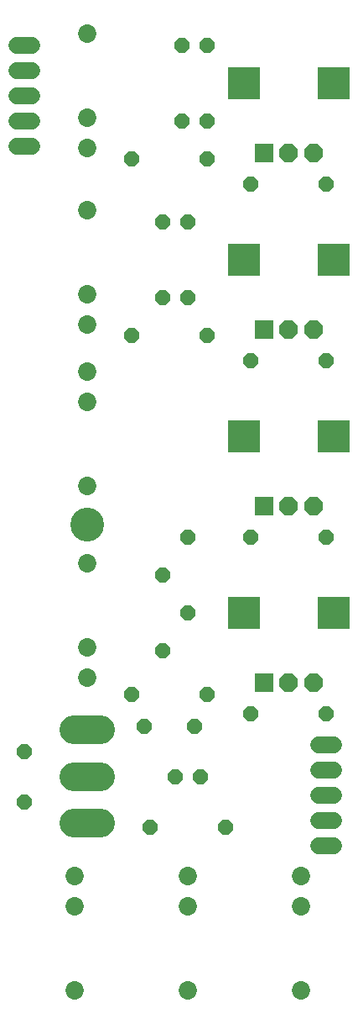
<source format=gts>
G04 EAGLE Gerber RS-274X export*
G75*
%MOMM*%
%FSLAX34Y34*%
%LPD*%
%INSoldermask Top*%
%IPPOS*%
%AMOC8*
5,1,8,0,0,1.08239X$1,22.5*%
G01*
%ADD10C,3.403600*%
%ADD11R,1.879600X1.879600*%
%ADD12P,2.034460X8X292.500000*%
%ADD13R,3.319200X3.319200*%
%ADD14C,1.853200*%
%ADD15P,1.649562X8X202.500000*%
%ADD16P,1.649562X8X292.500000*%
%ADD17P,1.649562X8X112.500000*%
%ADD18P,1.649562X8X22.500000*%
%ADD19C,2.908300*%
%ADD20C,1.727200*%


D10*
X88900Y482600D03*
D11*
X267100Y857100D03*
D12*
X292100Y857100D03*
X317100Y857100D03*
D13*
X337100Y927100D03*
X247100Y927100D03*
D14*
X88900Y977100D03*
X88900Y892100D03*
X88900Y862100D03*
D15*
X196850Y279400D03*
X146050Y279400D03*
D16*
X25400Y254000D03*
X25400Y203200D03*
D11*
X267100Y679300D03*
D12*
X292100Y679300D03*
X317100Y679300D03*
D13*
X337100Y749300D03*
X247100Y749300D03*
D14*
X88900Y799300D03*
X88900Y714300D03*
X88900Y684300D03*
X190500Y13500D03*
X190500Y98500D03*
X190500Y128500D03*
D15*
X203200Y228600D03*
X177800Y228600D03*
D14*
X304800Y13500D03*
X304800Y98500D03*
X304800Y128500D03*
D17*
X209550Y889000D03*
X209550Y965200D03*
D18*
X133350Y673100D03*
X209550Y673100D03*
D17*
X190500Y711200D03*
X190500Y787400D03*
D15*
X228600Y177800D03*
X152400Y177800D03*
D18*
X133350Y311150D03*
X209550Y311150D03*
D16*
X165100Y431800D03*
X165100Y355600D03*
X190500Y469900D03*
X190500Y393700D03*
D15*
X330200Y825500D03*
X254000Y825500D03*
X330200Y647700D03*
X254000Y647700D03*
X330200Y292100D03*
X254000Y292100D03*
D18*
X254000Y469900D03*
X330200Y469900D03*
D17*
X184150Y889000D03*
X184150Y965200D03*
D18*
X133350Y850900D03*
X209550Y850900D03*
D16*
X165100Y787400D03*
X165100Y711200D03*
D14*
X76200Y13500D03*
X76200Y98500D03*
X76200Y128500D03*
D11*
X267100Y323700D03*
D12*
X292100Y323700D03*
X317100Y323700D03*
D13*
X337100Y393700D03*
X247100Y393700D03*
D14*
X88900Y443700D03*
X88900Y358700D03*
X88900Y328700D03*
D19*
X75375Y181610D02*
X102426Y181610D01*
X102426Y228600D02*
X75375Y228600D01*
X75375Y275590D02*
X102426Y275590D01*
D11*
X267100Y501500D03*
D12*
X292100Y501500D03*
X317100Y501500D03*
D13*
X337100Y571500D03*
X247100Y571500D03*
D14*
X88900Y521500D03*
X88900Y606500D03*
X88900Y636500D03*
D20*
X322580Y260350D02*
X337820Y260350D01*
X337820Y234950D02*
X322580Y234950D01*
X322580Y209550D02*
X337820Y209550D01*
X337820Y184150D02*
X322580Y184150D01*
X322580Y158750D02*
X337820Y158750D01*
X33020Y863600D02*
X17780Y863600D01*
X17780Y889000D02*
X33020Y889000D01*
X33020Y914400D02*
X17780Y914400D01*
X17780Y939800D02*
X33020Y939800D01*
X33020Y965200D02*
X17780Y965200D01*
M02*

</source>
